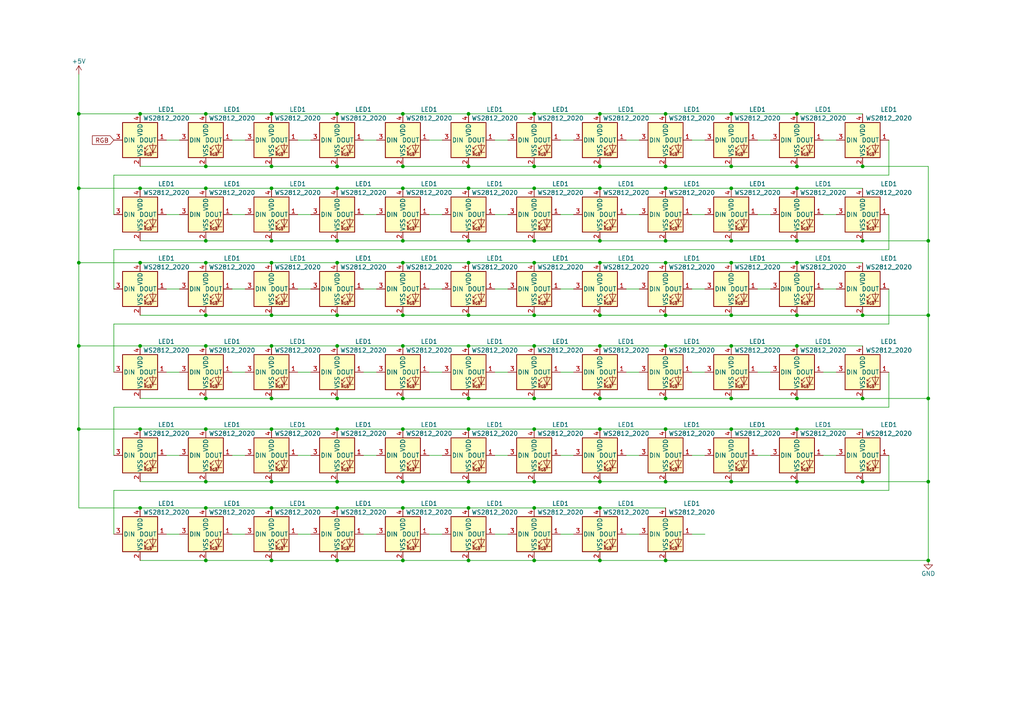
<source format=kicad_sch>
(kicad_sch (version 20230121) (generator eeschema)
  (paper "A4")
  (lib_symbols
    (symbol "PCM_marbastlib-various:WS2812_2020" (pin_names (offset 0.254))
      (property "Reference" "LED" (at 5.08 5.715 0))
      (property "Value" "WS2812_2020" (at 1.27 -5.715 0))
      (symbol "WS2812_2020_0_0"
        (text "RGB" (at 2.286 -4.191 0) (effects (font (size 0.762 0.762))))
      )
      (symbol "WS2812_2020_0_1"
        (polyline (pts (xy 1.27 -3.556) (xy 1.778 -3.556)))
        (polyline (pts (xy 1.27 -2.54) (xy 1.778 -2.54)))
        (polyline (pts (xy 4.699 -3.556) (xy 2.667 -3.556)))
        (polyline (pts (xy 2.286 -2.54) (xy 1.27 -3.556) (xy 1.27 -3.048)))
        (polyline (pts (xy 2.286 -1.524) (xy 1.27 -2.54) (xy 1.27 -2.032)))
        (polyline (pts (xy 3.683 -1.016) (xy 3.683 -3.556) (xy 3.683 -4.064)))
        (polyline (pts (xy 4.699 -1.524) (xy 2.667 -1.524) (xy 3.683 -3.556) (xy 4.699 -1.524)))
        (rectangle (start 5.08 5.08) (end -5.08 -5.08) (stroke (width 0.254)) (fill (type background)))
      )
      (symbol "WS2812_2020_1_1"
        (pin output line (at 7.62 0 180) (length 2.54) (name "DOUT") (number "1"))
        (pin power_in line (at 0 -7.62 90) (length 2.54) (name "VSS") (number "2"))
        (pin input line (at -7.62 0 0) (length 2.54) (name "DIN") (number "3"))
        (pin power_in line (at 0 7.62 270) (length 2.54) (name "VDD") (number "4"))
      )
    )
    (symbol "power:+5V" (power) (pin_names (offset 0))
      (property "Value" "+5V" (at 0 3.556 0))
      (symbol "+5V_0_1"
        (polyline (pts (xy -0.762 1.27) (xy 0 2.54)))
        (polyline (pts (xy 0 0) (xy 0 2.54)))
        (polyline (pts (xy 0 2.54) (xy 0.762 1.27)))
      )
      (symbol "+5V_1_1"
        (pin power_in line (at 0 0 90) (length 0) hide (name "+5V") (number "1"))
      )
    )
    (symbol "power:GND" (power) (pin_names (offset 0))
      (property "Value" "GND" (at 0 -3.81 0))
      (symbol "GND_0_1"
        (polyline (pts (xy 0 0) (xy 0 -1.27) (xy 1.27 -1.27) (xy 0 -2.54) (xy -1.27 -1.27) (xy 0 -1.27)))
      )
      (symbol "GND_1_1"
        (pin power_in line (at 0 0 270) (length 0) hide (name "GND") (number "1"))
      )
    )
  )
  (junction (at 40.64 147.32))
  (junction (at 193.04 48.26))
  (junction (at 193.04 91.44))
  (junction (at 78.74 147.32))
  (junction (at 78.74 139.7))
  (junction (at 269.24 115.57))
  (junction (at 59.69 162.56))
  (junction (at 154.94 48.26))
  (junction (at 250.19 48.26))
  (junction (at 250.19 139.7))
  (junction (at 116.84 115.57))
  (junction (at 135.89 54.61))
  (junction (at 231.14 139.7))
  (junction (at 212.09 100.33))
  (junction (at 116.84 124.46))
  (junction (at 173.99 115.57))
  (junction (at 97.79 147.32))
  (junction (at 78.74 54.61))
  (junction (at 97.79 54.61))
  (junction (at 250.19 69.85))
  (junction (at 231.14 76.2))
  (junction (at 97.79 91.44))
  (junction (at 116.84 162.56))
  (junction (at 193.04 76.2))
  (junction (at 116.84 76.2))
  (junction (at 154.94 139.7))
  (junction (at 116.84 33.02))
  (junction (at 59.69 91.44))
  (junction (at 173.99 69.85))
  (junction (at 269.24 139.7))
  (junction (at 59.69 33.02))
  (junction (at 78.74 91.44))
  (junction (at 78.74 162.56))
  (junction (at 231.14 100.33))
  (junction (at 173.99 48.26))
  (junction (at 154.94 124.46))
  (junction (at 154.94 147.32))
  (junction (at 173.99 76.2))
  (junction (at 97.79 33.02))
  (junction (at 212.09 54.61))
  (junction (at 135.89 91.44))
  (junction (at 22.86 54.61))
  (junction (at 40.64 100.33))
  (junction (at 59.69 76.2))
  (junction (at 97.79 76.2))
  (junction (at 173.99 54.61))
  (junction (at 135.89 115.57))
  (junction (at 173.99 147.32))
  (junction (at 269.24 69.85))
  (junction (at 193.04 139.7))
  (junction (at 154.94 33.02))
  (junction (at 78.74 69.85))
  (junction (at 40.64 54.61))
  (junction (at 269.24 91.44))
  (junction (at 59.69 139.7))
  (junction (at 212.09 139.7))
  (junction (at 231.14 54.61))
  (junction (at 231.14 48.26))
  (junction (at 59.69 54.61))
  (junction (at 193.04 33.02))
  (junction (at 78.74 33.02))
  (junction (at 116.84 54.61))
  (junction (at 22.86 124.46))
  (junction (at 193.04 100.33))
  (junction (at 212.09 115.57))
  (junction (at 59.69 100.33))
  (junction (at 40.64 76.2))
  (junction (at 97.79 124.46))
  (junction (at 97.79 100.33))
  (junction (at 154.94 76.2))
  (junction (at 78.74 124.46))
  (junction (at 154.94 54.61))
  (junction (at 193.04 69.85))
  (junction (at 22.86 33.02))
  (junction (at 173.99 124.46))
  (junction (at 59.69 48.26))
  (junction (at 173.99 91.44))
  (junction (at 116.84 100.33))
  (junction (at 231.14 115.57))
  (junction (at 154.94 115.57))
  (junction (at 193.04 115.57))
  (junction (at 97.79 162.56))
  (junction (at 97.79 115.57))
  (junction (at 212.09 91.44))
  (junction (at 59.69 69.85))
  (junction (at 97.79 139.7))
  (junction (at 212.09 124.46))
  (junction (at 231.14 91.44))
  (junction (at 116.84 48.26))
  (junction (at 212.09 33.02))
  (junction (at 59.69 147.32))
  (junction (at 78.74 100.33))
  (junction (at 135.89 139.7))
  (junction (at 78.74 48.26))
  (junction (at 154.94 100.33))
  (junction (at 212.09 69.85))
  (junction (at 173.99 33.02))
  (junction (at 173.99 139.7))
  (junction (at 212.09 48.26))
  (junction (at 212.09 76.2))
  (junction (at 135.89 147.32))
  (junction (at 116.84 91.44))
  (junction (at 154.94 91.44))
  (junction (at 231.14 69.85))
  (junction (at 231.14 33.02))
  (junction (at 193.04 54.61))
  (junction (at 97.79 69.85))
  (junction (at 135.89 124.46))
  (junction (at 59.69 124.46))
  (junction (at 173.99 162.56))
  (junction (at 116.84 69.85))
  (junction (at 231.14 124.46))
  (junction (at 135.89 33.02))
  (junction (at 116.84 147.32))
  (junction (at 135.89 48.26))
  (junction (at 173.99 100.33))
  (junction (at 269.24 162.56))
  (junction (at 40.64 33.02))
  (junction (at 97.79 48.26))
  (junction (at 250.19 115.57))
  (junction (at 154.94 162.56))
  (junction (at 116.84 139.7))
  (junction (at 193.04 124.46))
  (junction (at 22.86 100.33))
  (junction (at 135.89 162.56))
  (junction (at 22.86 76.2))
  (junction (at 250.19 91.44))
  (junction (at 78.74 76.2))
  (junction (at 154.94 69.85))
  (junction (at 135.89 100.33))
  (junction (at 193.04 162.56))
  (junction (at 40.64 124.46))
  (junction (at 59.69 115.57))
  (junction (at 135.89 76.2))
  (junction (at 135.89 69.85))
  (junction (at 78.74 115.57))
  (wire (pts (xy 97.79 124.46) (xy 116.84 124.46)))
  (wire (pts (xy 200.66 40.64) (xy 204.47 40.64)))
  (wire (pts (xy 135.89 76.2) (xy 154.94 76.2)))
  (wire (pts (xy 135.89 147.32) (xy 154.94 147.32)))
  (wire (pts (xy 154.94 48.26) (xy 173.99 48.26)))
  (wire (pts (xy 116.84 48.26) (xy 135.89 48.26)))
  (wire (pts (xy 59.69 124.46) (xy 78.74 124.46)))
  (wire (pts (xy 173.99 69.85) (xy 193.04 69.85)))
  (wire (pts (xy 193.04 33.02) (xy 212.09 33.02)))
  (wire (pts (xy 181.61 132.08) (xy 185.42 132.08)))
  (wire (pts (xy 173.99 100.33) (xy 193.04 100.33)))
  (wire (pts (xy 173.99 33.02) (xy 193.04 33.02)))
  (wire (pts (xy 200.66 154.94) (xy 204.47 154.94)))
  (wire (pts (xy 181.61 107.95) (xy 185.42 107.95)))
  (wire (pts (xy 86.36 62.23) (xy 90.17 62.23)))
  (wire (pts (xy 78.74 100.33) (xy 97.79 100.33)))
  (wire (pts (xy 154.94 91.44) (xy 173.99 91.44)))
  (wire (pts (xy 257.81 132.08) (xy 257.81 142.24)))
  (wire (pts (xy 193.04 162.56) (xy 269.24 162.56)))
  (wire (pts (xy 59.69 76.2) (xy 78.74 76.2)))
  (wire (pts (xy 105.41 107.95) (xy 109.22 107.95)))
  (wire (pts (xy 212.09 76.2) (xy 231.14 76.2)))
  (wire (pts (xy 97.79 48.26) (xy 116.84 48.26)))
  (wire (pts (xy 135.89 33.02) (xy 154.94 33.02)))
  (wire (pts (xy 22.86 147.32) (xy 40.64 147.32)))
  (wire (pts (xy 250.19 69.85) (xy 269.24 69.85)))
  (wire (pts (xy 40.64 124.46) (xy 22.86 124.46)))
  (wire (pts (xy 86.36 107.95) (xy 90.17 107.95)))
  (wire (pts (xy 193.04 69.85) (xy 212.09 69.85)))
  (wire (pts (xy 250.19 91.44) (xy 269.24 91.44)))
  (wire (pts (xy 162.56 107.95) (xy 166.37 107.95)))
  (wire (pts (xy 257.81 118.11) (xy 33.02 118.11)))
  (wire (pts (xy 97.79 76.2) (xy 116.84 76.2)))
  (wire (pts (xy 173.99 76.2) (xy 193.04 76.2)))
  (wire (pts (xy 250.19 115.57) (xy 269.24 115.57)))
  (wire (pts (xy 193.04 100.33) (xy 212.09 100.33)))
  (wire (pts (xy 116.84 162.56) (xy 135.89 162.56)))
  (wire (pts (xy 33.02 50.8) (xy 33.02 62.23)))
  (wire (pts (xy 135.89 91.44) (xy 154.94 91.44)))
  (wire (pts (xy 231.14 124.46) (xy 250.19 124.46)))
  (wire (pts (xy 116.84 100.33) (xy 135.89 100.33)))
  (wire (pts (xy 238.76 62.23) (xy 242.57 62.23)))
  (wire (pts (xy 269.24 139.7) (xy 269.24 162.56)))
  (wire (pts (xy 78.74 139.7) (xy 97.79 139.7)))
  (wire (pts (xy 212.09 54.61) (xy 231.14 54.61)))
  (wire (pts (xy 67.31 107.95) (xy 71.12 107.95)))
  (wire (pts (xy 173.99 54.61) (xy 193.04 54.61)))
  (wire (pts (xy 154.94 124.46) (xy 173.99 124.46)))
  (wire (pts (xy 105.41 132.08) (xy 109.22 132.08)))
  (wire (pts (xy 40.64 33.02) (xy 59.69 33.02)))
  (wire (pts (xy 143.51 40.64) (xy 147.32 40.64)))
  (wire (pts (xy 78.74 69.85) (xy 97.79 69.85)))
  (wire (pts (xy 78.74 124.46) (xy 97.79 124.46)))
  (wire (pts (xy 173.99 162.56) (xy 193.04 162.56)))
  (wire (pts (xy 97.79 54.61) (xy 116.84 54.61)))
  (wire (pts (xy 257.81 62.23) (xy 257.81 72.39)))
  (wire (pts (xy 22.86 54.61) (xy 22.86 76.2)))
  (wire (pts (xy 212.09 139.7) (xy 231.14 139.7)))
  (wire (pts (xy 116.84 91.44) (xy 135.89 91.44)))
  (wire (pts (xy 181.61 83.82) (xy 185.42 83.82)))
  (wire (pts (xy 173.99 124.46) (xy 193.04 124.46)))
  (wire (pts (xy 86.36 40.64) (xy 90.17 40.64)))
  (wire (pts (xy 162.56 83.82) (xy 166.37 83.82)))
  (wire (pts (xy 67.31 40.64) (xy 71.12 40.64)))
  (wire (pts (xy 143.51 132.08) (xy 147.32 132.08)))
  (wire (pts (xy 173.99 91.44) (xy 193.04 91.44)))
  (wire (pts (xy 257.81 40.64) (xy 257.81 50.8)))
  (wire (pts (xy 40.64 100.33) (xy 59.69 100.33)))
  (wire (pts (xy 67.31 62.23) (xy 71.12 62.23)))
  (wire (pts (xy 78.74 162.56) (xy 97.79 162.56)))
  (wire (pts (xy 154.94 147.32) (xy 173.99 147.32)))
  (wire (pts (xy 269.24 69.85) (xy 269.24 91.44)))
  (wire (pts (xy 40.64 124.46) (xy 59.69 124.46)))
  (wire (pts (xy 59.69 162.56) (xy 78.74 162.56)))
  (wire (pts (xy 257.81 93.98) (xy 33.02 93.98)))
  (wire (pts (xy 40.64 69.85) (xy 59.69 69.85)))
  (wire (pts (xy 22.86 33.02) (xy 22.86 54.61)))
  (wire (pts (xy 231.14 69.85) (xy 250.19 69.85)))
  (wire (pts (xy 231.14 91.44) (xy 250.19 91.44)))
  (wire (pts (xy 135.89 100.33) (xy 154.94 100.33)))
  (wire (pts (xy 143.51 154.94) (xy 147.32 154.94)))
  (wire (pts (xy 59.69 115.57) (xy 78.74 115.57)))
  (wire (pts (xy 48.26 40.64) (xy 52.07 40.64)))
  (wire (pts (xy 124.46 154.94) (xy 128.27 154.94)))
  (wire (pts (xy 162.56 154.94) (xy 166.37 154.94)))
  (wire (pts (xy 219.71 62.23) (xy 223.52 62.23)))
  (wire (pts (xy 40.64 76.2) (xy 59.69 76.2)))
  (wire (pts (xy 116.84 54.61) (xy 135.89 54.61)))
  (wire (pts (xy 173.99 139.7) (xy 193.04 139.7)))
  (wire (pts (xy 231.14 115.57) (xy 250.19 115.57)))
  (wire (pts (xy 40.64 115.57) (xy 59.69 115.57)))
  (wire (pts (xy 40.64 54.61) (xy 22.86 54.61)))
  (wire (pts (xy 116.84 147.32) (xy 135.89 147.32)))
  (wire (pts (xy 250.19 139.7) (xy 269.24 139.7)))
  (wire (pts (xy 124.46 132.08) (xy 128.27 132.08)))
  (wire (pts (xy 40.64 91.44) (xy 59.69 91.44)))
  (wire (pts (xy 40.64 162.56) (xy 59.69 162.56)))
  (wire (pts (xy 116.84 115.57) (xy 135.89 115.57)))
  (wire (pts (xy 105.41 40.64) (xy 109.22 40.64)))
  (wire (pts (xy 231.14 76.2) (xy 250.19 76.2)))
  (wire (pts (xy 48.26 132.08) (xy 52.07 132.08)))
  (wire (pts (xy 22.86 33.02) (xy 40.64 33.02)))
  (wire (pts (xy 219.71 83.82) (xy 223.52 83.82)))
  (wire (pts (xy 67.31 83.82) (xy 71.12 83.82)))
  (wire (pts (xy 97.79 91.44) (xy 116.84 91.44)))
  (wire (pts (xy 238.76 83.82) (xy 242.57 83.82)))
  (wire (pts (xy 231.14 100.33) (xy 250.19 100.33)))
  (wire (pts (xy 154.94 115.57) (xy 173.99 115.57)))
  (wire (pts (xy 135.89 54.61) (xy 154.94 54.61)))
  (wire (pts (xy 154.94 33.02) (xy 173.99 33.02)))
  (wire (pts (xy 40.64 139.7) (xy 59.69 139.7)))
  (wire (pts (xy 105.41 154.94) (xy 109.22 154.94)))
  (wire (pts (xy 238.76 40.64) (xy 242.57 40.64)))
  (wire (pts (xy 257.81 107.95) (xy 257.81 118.11)))
  (wire (pts (xy 257.81 50.8) (xy 33.02 50.8)))
  (wire (pts (xy 78.74 33.02) (xy 97.79 33.02)))
  (wire (pts (xy 22.86 100.33) (xy 40.64 100.33)))
  (wire (pts (xy 212.09 100.33) (xy 231.14 100.33)))
  (wire (pts (xy 231.14 139.7) (xy 250.19 139.7)))
  (wire (pts (xy 97.79 100.33) (xy 116.84 100.33)))
  (wire (pts (xy 193.04 124.46) (xy 212.09 124.46)))
  (wire (pts (xy 124.46 62.23) (xy 128.27 62.23)))
  (wire (pts (xy 212.09 69.85) (xy 231.14 69.85)))
  (wire (pts (xy 193.04 115.57) (xy 212.09 115.57)))
  (wire (pts (xy 238.76 107.95) (xy 242.57 107.95)))
  (wire (pts (xy 135.89 115.57) (xy 154.94 115.57)))
  (wire (pts (xy 212.09 48.26) (xy 231.14 48.26)))
  (wire (pts (xy 33.02 118.11) (xy 33.02 132.08)))
  (wire (pts (xy 97.79 33.02) (xy 116.84 33.02)))
  (wire (pts (xy 59.69 139.7) (xy 78.74 139.7)))
  (wire (pts (xy 212.09 33.02) (xy 231.14 33.02)))
  (wire (pts (xy 257.81 142.24) (xy 33.02 142.24)))
  (wire (pts (xy 22.86 76.2) (xy 40.64 76.2)))
  (wire (pts (xy 59.69 69.85) (xy 78.74 69.85)))
  (wire (pts (xy 59.69 48.26) (xy 78.74 48.26)))
  (wire (pts (xy 154.94 162.56) (xy 173.99 162.56)))
  (wire (pts (xy 105.41 62.23) (xy 109.22 62.23)))
  (wire (pts (xy 78.74 91.44) (xy 97.79 91.44)))
  (wire (pts (xy 124.46 40.64) (xy 128.27 40.64)))
  (wire (pts (xy 86.36 83.82) (xy 90.17 83.82)))
  (wire (pts (xy 40.64 147.32) (xy 59.69 147.32)))
  (wire (pts (xy 48.26 83.82) (xy 52.07 83.82)))
  (wire (pts (xy 48.26 107.95) (xy 52.07 107.95)))
  (wire (pts (xy 135.89 162.56) (xy 154.94 162.56)))
  (wire (pts (xy 257.81 83.82) (xy 257.81 93.98)))
  (wire (pts (xy 154.94 100.33) (xy 173.99 100.33)))
  (wire (pts (xy 86.36 132.08) (xy 90.17 132.08)))
  (wire (pts (xy 97.79 147.32) (xy 116.84 147.32)))
  (wire (pts (xy 143.51 83.82) (xy 147.32 83.82)))
  (wire (pts (xy 116.84 33.02) (xy 135.89 33.02)))
  (wire (pts (xy 162.56 132.08) (xy 166.37 132.08)))
  (wire (pts (xy 78.74 147.32) (xy 97.79 147.32)))
  (wire (pts (xy 212.09 115.57) (xy 231.14 115.57)))
  (wire (pts (xy 33.02 72.39) (xy 33.02 83.82)))
  (wire (pts (xy 257.81 72.39) (xy 33.02 72.39)))
  (wire (pts (xy 193.04 54.61) (xy 212.09 54.61)))
  (wire (pts (xy 212.09 91.44) (xy 231.14 91.44)))
  (wire (pts (xy 200.66 83.82) (xy 204.47 83.82)))
  (wire (pts (xy 231.14 54.61) (xy 250.19 54.61)))
  (wire (pts (xy 22.86 100.33) (xy 22.86 124.46)))
  (wire (pts (xy 48.26 154.94) (xy 52.07 154.94)))
  (wire (pts (xy 154.94 54.61) (xy 173.99 54.61)))
  (wire (pts (xy 212.09 124.46) (xy 231.14 124.46)))
  (wire (pts (xy 269.24 48.26) (xy 269.24 69.85)))
  (wire (pts (xy 173.99 115.57) (xy 193.04 115.57)))
  (wire (pts (xy 22.86 21.59) (xy 22.86 33.02)))
  (wire (pts (xy 162.56 62.23) (xy 166.37 62.23)))
  (wire (pts (xy 181.61 154.94) (xy 185.42 154.94)))
  (wire (pts (xy 238.76 132.08) (xy 242.57 132.08)))
  (wire (pts (xy 200.66 132.08) (xy 204.47 132.08)))
  (wire (pts (xy 59.69 33.02) (xy 78.74 33.02)))
  (wire (pts (xy 97.79 69.85) (xy 116.84 69.85)))
  (wire (pts (xy 78.74 54.61) (xy 97.79 54.61)))
  (wire (pts (xy 78.74 115.57) (xy 97.79 115.57)))
  (wire (pts (xy 48.26 62.23) (xy 52.07 62.23)))
  (wire (pts (xy 97.79 162.56) (xy 116.84 162.56)))
  (wire (pts (xy 22.86 124.46) (xy 22.86 147.32)))
  (wire (pts (xy 181.61 40.64) (xy 185.42 40.64)))
  (wire (pts (xy 67.31 154.94) (xy 71.12 154.94)))
  (wire (pts (xy 143.51 62.23) (xy 147.32 62.23)))
  (wire (pts (xy 105.41 83.82) (xy 109.22 83.82)))
  (wire (pts (xy 97.79 115.57) (xy 116.84 115.57)))
  (wire (pts (xy 135.89 124.46) (xy 154.94 124.46)))
  (wire (pts (xy 67.31 132.08) (xy 71.12 132.08)))
  (wire (pts (xy 116.84 124.46) (xy 135.89 124.46)))
  (wire (pts (xy 40.64 54.61) (xy 59.69 54.61)))
  (wire (pts (xy 219.71 107.95) (xy 223.52 107.95)))
  (wire (pts (xy 219.71 132.08) (xy 223.52 132.08)))
  (wire (pts (xy 78.74 48.26) (xy 97.79 48.26)))
  (wire (pts (xy 135.89 69.85) (xy 154.94 69.85)))
  (wire (pts (xy 269.24 91.44) (xy 269.24 115.57)))
  (wire (pts (xy 135.89 48.26) (xy 154.94 48.26)))
  (wire (pts (xy 78.74 76.2) (xy 97.79 76.2)))
  (wire (pts (xy 250.19 48.26) (xy 269.24 48.26)))
  (wire (pts (xy 231.14 33.02) (xy 250.19 33.02)))
  (wire (pts (xy 124.46 107.95) (xy 128.27 107.95)))
  (wire (pts (xy 116.84 69.85) (xy 135.89 69.85)))
  (wire (pts (xy 135.89 139.7) (xy 154.94 139.7)))
  (wire (pts (xy 59.69 100.33) (xy 78.74 100.33)))
  (wire (pts (xy 193.04 48.26) (xy 212.09 48.26)))
  (wire (pts (xy 269.24 115.57) (xy 269.24 139.7)))
  (wire (pts (xy 59.69 54.61) (xy 78.74 54.61)))
  (wire (pts (xy 219.71 40.64) (xy 223.52 40.64)))
  (wire (pts (xy 59.69 147.32) (xy 78.74 147.32)))
  (wire (pts (xy 124.46 83.82) (xy 128.27 83.82)))
  (wire (pts (xy 193.04 91.44) (xy 212.09 91.44)))
  (wire (pts (xy 116.84 76.2) (xy 135.89 76.2)))
  (wire (pts (xy 173.99 48.26) (xy 193.04 48.26)))
  (wire (pts (xy 173.99 147.32) (xy 193.04 147.32)))
  (wire (pts (xy 154.94 69.85) (xy 173.99 69.85)))
  (wire (pts (xy 231.14 48.26) (xy 250.19 48.26)))
  (wire (pts (xy 86.36 154.94) (xy 90.17 154.94)))
  (wire (pts (xy 193.04 139.7) (xy 212.09 139.7)))
  (wire (pts (xy 143.51 107.95) (xy 147.32 107.95)))
  (wire (pts (xy 97.79 139.7) (xy 116.84 139.7)))
  (wire (pts (xy 59.69 91.44) (xy 78.74 91.44)))
  (wire (pts (xy 181.61 62.23) (xy 185.42 62.23)))
  (wire (pts (xy 200.66 62.23) (xy 204.47 62.23)))
  (wire (pts (xy 22.86 76.2) (xy 22.86 100.33)))
  (wire (pts (xy 154.94 139.7) (xy 173.99 139.7)))
  (wire (pts (xy 200.66 107.95) (xy 204.47 107.95)))
  (wire (pts (xy 154.94 76.2) (xy 173.99 76.2)))
  (wire (pts (xy 193.04 76.2) (xy 212.09 76.2)))
  (wire (pts (xy 162.56 40.64) (xy 166.37 40.64)))
  (wire (pts (xy 33.02 93.98) (xy 33.02 107.95)))
  (wire (pts (xy 116.84 139.7) (xy 135.89 139.7)))
  (wire (pts (xy 40.64 48.26) (xy 59.69 48.26)))
  (wire (pts (xy 33.02 142.24) (xy 33.02 154.94)))
  (global_label "RGB" (shape input) (at 33.02 40.64 180) (property "Intersheetrefs" "${INTERSHEET_REFS}" (effects hide)))
  (symbol (lib_id "PCM_marbastlib-various:WS2812_2020") (at 116.84 107.95 0) (unit 1)
    (property "Reference" "LED1" (at 124.46 99.06 0))
    (property "Value" "WS2812_2020" (at 124.46 101.6 0))
    (property "Footprint" "PCM_marbastlib-various:LED_WS2812_2020" (effects hide))
    (property "Datasheet" "https://www.world-semi.com/DownLoadFile/139" (effects hide))
    (instances (project "vault35-katana" (path "" (reference "LED1") (unit 1)) (path "" (reference "LED41") (unit 1))))
  )
  (symbol (lib_id "PCM_marbastlib-various:WS2812_2020") (at 154.94 40.64 0) (unit 1)
    (property "Reference" "LED1" (at 162.56 31.75 0))
    (property "Value" "WS2812_2020" (at 162.56 34.29 0))
    (property "Footprint" "PCM_marbastlib-various:LED_WS2812_2020" (effects hide))
    (property "Datasheet" "https://www.world-semi.com/DownLoadFile/139" (effects hide))
    (instances (project "vault35-katana" (path "" (reference "LED1") (unit 1)) (path "" (reference "LED7") (unit 1))))
  )
  (symbol (lib_id "PCM_marbastlib-various:WS2812_2020") (at 97.79 107.95 0) (unit 1)
    (property "Reference" "LED1" (at 105.41 99.06 0))
    (property "Value" "WS2812_2020" (at 105.41 101.6 0))
    (property "Footprint" "PCM_marbastlib-various:LED_WS2812_2020" (effects hide))
    (property "Datasheet" "https://www.world-semi.com/DownLoadFile/139" (effects hide))
    (instances (project "vault35-katana" (path "" (reference "LED1") (unit 1)) (path "" (reference "LED40") (unit 1))))
  )
  (symbol (lib_id "PCM_marbastlib-various:WS2812_2020") (at 97.79 40.64 0) (unit 1)
    (property "Reference" "LED1" (at 105.41 31.75 0))
    (property "Value" "WS2812_2020" (at 105.41 34.29 0))
    (property "Footprint" "PCM_marbastlib-various:LED_WS2812_2020" (effects hide))
    (property "Datasheet" "https://www.world-semi.com/DownLoadFile/139" (effects hide))
    (instances (project "vault35-katana" (path "" (reference "LED1") (unit 1)) (path "" (reference "LED4") (unit 1))))
  )
  (symbol (lib_id "PCM_marbastlib-various:WS2812_2020") (at 116.84 154.94 0) (unit 1)
    (property "Reference" "LED1" (at 124.46 146.05 0))
    (property "Value" "WS2812_2020" (at 124.46 148.59 0))
    (property "Footprint" "PCM_marbastlib-various:LED_WS2812_2020" (effects hide))
    (property "Datasheet" "https://www.world-semi.com/DownLoadFile/139" (effects hide))
    (instances (project "vault35-katana" (path "" (reference "LED1") (unit 1)) (path "" (reference "LED65") (unit 1))))
  )
  (symbol (lib_id "PCM_marbastlib-various:WS2812_2020") (at 59.69 83.82 0) (unit 1)
    (property "Reference" "LED1" (at 67.31 74.93 0))
    (property "Value" "WS2812_2020" (at 67.31 77.47 0))
    (property "Footprint" "PCM_marbastlib-various:LED_WS2812_2020" (effects hide))
    (property "Datasheet" "https://www.world-semi.com/DownLoadFile/139" (effects hide))
    (instances (project "vault35-katana" (path "" (reference "LED1") (unit 1)) (path "" (reference "LED26") (unit 1))))
  )
  (symbol (lib_id "PCM_marbastlib-various:WS2812_2020") (at 78.74 62.23 0) (unit 1)
    (property "Reference" "LED1" (at 86.36 53.34 0))
    (property "Value" "WS2812_2020" (at 86.36 55.88 0))
    (property "Footprint" "PCM_marbastlib-various:LED_WS2812_2020" (effects hide))
    (property "Datasheet" "https://www.world-semi.com/DownLoadFile/139" (effects hide))
    (instances (project "vault35-katana" (path "" (reference "LED1") (unit 1)) (path "" (reference "LED15") (unit 1))))
  )
  (symbol (lib_id "PCM_marbastlib-various:WS2812_2020") (at 212.09 83.82 0) (unit 1)
    (property "Reference" "LED1" (at 219.71 74.93 0))
    (property "Value" "WS2812_2020" (at 219.71 77.47 0))
    (property "Footprint" "PCM_marbastlib-various:LED_WS2812_2020" (effects hide))
    (property "Datasheet" "https://www.world-semi.com/DownLoadFile/139" (effects hide))
    (instances (project "vault35-katana" (path "" (reference "LED1") (unit 1)) (path "" (reference "LED34") (unit 1))))
  )
  (symbol (lib_id "PCM_marbastlib-various:WS2812_2020") (at 59.69 154.94 0) (unit 1)
    (property "Reference" "LED1" (at 67.31 146.05 0))
    (property "Value" "WS2812_2020" (at 67.31 148.59 0))
    (property "Footprint" "PCM_marbastlib-various:LED_WS2812_2020" (effects hide))
    (property "Datasheet" "https://www.world-semi.com/DownLoadFile/139" (effects hide))
    (instances (project "vault35-katana" (path "" (reference "LED1") (unit 1)) (path "" (reference "LED62") (unit 1))))
  )
  (symbol (lib_id "PCM_marbastlib-various:WS2812_2020") (at 250.19 83.82 0) (unit 1)
    (property "Reference" "LED1" (at 257.81 74.93 0))
    (property "Value" "WS2812_2020" (at 257.81 77.47 0))
    (property "Footprint" "PCM_marbastlib-various:LED_WS2812_2020" (effects hide))
    (property "Datasheet" "https://www.world-semi.com/DownLoadFile/139" (effects hide))
    (instances (project "vault35-katana" (path "" (reference "LED1") (unit 1)) (path "" (reference "LED36") (unit 1))))
  )
  (symbol (lib_id "PCM_marbastlib-various:WS2812_2020") (at 116.84 40.64 0) (unit 1)
    (property "Reference" "LED1" (at 124.46 31.75 0))
    (property "Value" "WS2812_2020" (at 124.46 34.29 0))
    (property "Footprint" "PCM_marbastlib-various:LED_WS2812_2020" (effects hide))
    (property "Datasheet" "https://www.world-semi.com/DownLoadFile/139" (effects hide))
    (instances (project "vault35-katana" (path "" (reference "LED1") (unit 1)) (path "" (reference "LED5") (unit 1))))
  )
  (symbol (lib_id "PCM_marbastlib-various:WS2812_2020") (at 173.99 83.82 0) (unit 1)
    (property "Reference" "LED1" (at 181.61 74.93 0))
    (property "Value" "WS2812_2020" (at 181.61 77.47 0))
    (property "Footprint" "PCM_marbastlib-various:LED_WS2812_2020" (effects hide))
    (property "Datasheet" "https://www.world-semi.com/DownLoadFile/139" (effects hide))
    (instances (project "vault35-katana" (path "" (reference "LED1") (unit 1)) (path "" (reference "LED32") (unit 1))))
  )
  (symbol (lib_id "PCM_marbastlib-various:WS2812_2020") (at 173.99 132.08 0) (unit 1)
    (property "Reference" "LED1" (at 181.61 123.19 0))
    (property "Value" "WS2812_2020" (at 181.61 125.73 0))
    (property "Footprint" "PCM_marbastlib-various:LED_WS2812_2020" (effects hide))
    (property "Datasheet" "https://www.world-semi.com/DownLoadFile/139" (effects hide))
    (instances (project "vault35-katana" (path "" (reference "LED1") (unit 1)) (path "" (reference "LED56") (unit 1))))
  )
  (symbol (lib_id "PCM_marbastlib-various:WS2812_2020") (at 154.94 132.08 0) (unit 1)
    (property "Reference" "LED1" (at 162.56 123.19 0))
    (property "Value" "WS2812_2020" (at 162.56 125.73 0))
    (property "Footprint" "PCM_marbastlib-various:LED_WS2812_2020" (effects hide))
    (property "Datasheet" "https://www.world-semi.com/DownLoadFile/139" (effects hide))
    (instances (project "vault35-katana" (path "" (reference "LED1") (unit 1)) (path "" (reference "LED55") (unit 1))))
  )
  (symbol (lib_id "PCM_marbastlib-various:WS2812_2020") (at 40.64 40.64 0) (unit 1)
    (property "Reference" "LED1" (at 48.26 31.75 0))
    (property "Value" "WS2812_2020" (at 48.26 34.29 0))
    (property "Footprint" "PCM_marbastlib-various:LED_WS2812_2020" (effects hide))
    (property "Datasheet" "https://www.world-semi.com/DownLoadFile/139" (effects hide))
  )
  (symbol (lib_id "PCM_marbastlib-various:WS2812_2020") (at 250.19 40.64 0) (unit 1)
    (property "Reference" "LED1" (at 257.81 31.75 0))
    (property "Value" "WS2812_2020" (at 257.81 34.29 0))
    (property "Footprint" "PCM_marbastlib-various:LED_WS2812_2020" (effects hide))
    (property "Datasheet" "https://www.world-semi.com/DownLoadFile/139" (effects hide))
    (instances (project "vault35-katana" (path "" (reference "LED1") (unit 1)) (path "" (reference "LED12") (unit 1))))
  )
  (symbol (lib_id "PCM_marbastlib-various:WS2812_2020") (at 78.74 40.64 0) (unit 1)
    (property "Reference" "LED1" (at 86.36 31.75 0))
    (property "Value" "WS2812_2020" (at 86.36 34.29 0))
    (property "Footprint" "PCM_marbastlib-various:LED_WS2812_2020" (effects hide))
    (property "Datasheet" "https://www.world-semi.com/DownLoadFile/139" (effects hide))
    (instances (project "vault35-katana" (path "" (reference "LED1") (unit 1)) (path "" (reference "LED3") (unit 1))))
  )
  (symbol (lib_id "PCM_marbastlib-various:WS2812_2020") (at 97.79 62.23 0) (unit 1)
    (property "Reference" "LED1" (at 105.41 53.34 0))
    (property "Value" "WS2812_2020" (at 105.41 55.88 0))
    (property "Footprint" "PCM_marbastlib-various:LED_WS2812_2020" (effects hide))
    (property "Datasheet" "https://www.world-semi.com/DownLoadFile/139" (effects hide))
    (instances (project "vault35-katana" (path "" (reference "LED1") (unit 1)) (path "" (reference "LED16") (unit 1))))
  )
  (symbol (lib_id "PCM_marbastlib-various:WS2812_2020") (at 250.19 107.95 0) (unit 1)
    (property "Reference" "LED1" (at 257.81 99.06 0))
    (property "Value" "WS2812_2020" (at 257.81 101.6 0))
    (property "Footprint" "PCM_marbastlib-various:LED_WS2812_2020" (effects hide))
    (property "Datasheet" "https://www.world-semi.com/DownLoadFile/139" (effects hide))
    (instances (project "vault35-katana" (path "" (reference "LED1") (unit 1)) (path "" (reference "LED48") (unit 1))))
  )
  (symbol (lib_id "PCM_marbastlib-various:WS2812_2020") (at 135.89 132.08 0) (unit 1)
    (property "Reference" "LED1" (at 143.51 123.19 0))
    (property "Value" "WS2812_2020" (at 143.51 125.73 0))
    (property "Footprint" "PCM_marbastlib-various:LED_WS2812_2020" (effects hide))
    (property "Datasheet" "https://www.world-semi.com/DownLoadFile/139" (effects hide))
    (instances (project "vault35-katana" (path "" (reference "LED1") (unit 1)) (path "" (reference "LED54") (unit 1))))
  )
  (symbol (lib_id "PCM_marbastlib-various:WS2812_2020") (at 231.14 62.23 0) (unit 1)
    (property "Reference" "LED1" (at 238.76 53.34 0))
    (property "Value" "WS2812_2020" (at 238.76 55.88 0))
    (property "Footprint" "PCM_marbastlib-various:LED_WS2812_2020" (effects hide))
    (property "Datasheet" "https://www.world-semi.com/DownLoadFile/139" (effects hide))
    (instances (project "vault35-katana" (path "" (reference "LED1") (unit 1)) (path "" (reference "LED23") (unit 1))))
  )
  (symbol (lib_id "PCM_marbastlib-various:WS2812_2020") (at 78.74 154.94 0) (unit 1)
    (property "Reference" "LED1" (at 86.36 146.05 0))
    (property "Value" "WS2812_2020" (at 86.36 148.59 0))
    (property "Footprint" "PCM_marbastlib-various:LED_WS2812_2020" (effects hide))
    (property "Datasheet" "https://www.world-semi.com/DownLoadFile/139" (effects hide))
    (instances (project "vault35-katana" (path "" (reference "LED1") (unit 1)) (path "" (reference "LED63") (unit 1))))
  )
  (symbol (lib_id "PCM_marbastlib-various:WS2812_2020") (at 154.94 107.95 0) (unit 1)
    (property "Reference" "LED1" (at 162.56 99.06 0))
    (property "Value" "WS2812_2020" (at 162.56 101.6 0))
    (property "Footprint" "PCM_marbastlib-various:LED_WS2812_2020" (effects hide))
    (property "Datasheet" "https://www.world-semi.com/DownLoadFile/139" (effects hide))
    (instances (project "vault35-katana" (path "" (reference "LED1") (unit 1)) (path "" (reference "LED43") (unit 1))))
  )
  (symbol (lib_id "PCM_marbastlib-various:WS2812_2020") (at 59.69 62.23 0) (unit 1)
    (property "Reference" "LED1" (at 67.31 53.34 0))
    (property "Value" "WS2812_2020" (at 67.31 55.88 0))
    (property "Footprint" "PCM_marbastlib-various:LED_WS2812_2020" (effects hide))
    (property "Datasheet" "https://www.world-semi.com/DownLoadFile/139" (effects hide))
    (instances (project "vault35-katana" (path "" (reference "LED1") (unit 1)) (path "" (reference "LED14") (unit 1))))
  )
  (symbol (lib_id "PCM_marbastlib-various:WS2812_2020") (at 193.04 154.94 0) (unit 1)
    (property "Reference" "LED1" (at 200.66 146.05 0))
    (property "Value" "WS2812_2020" (at 200.66 148.59 0))
    (property "Footprint" "PCM_marbastlib-various:LED_WS2812_2020" (effects hide))
    (property "Datasheet" "https://www.world-semi.com/DownLoadFile/139" (effects hide))
    (instances (project "vault35-katana" (path "" (reference "LED1") (unit 1)) (path "" (reference "LED69") (unit 1))))
  )
  (symbol (lib_id "PCM_marbastlib-various:WS2812_2020") (at 135.89 154.94 0) (unit 1)
    (property "Reference" "LED1" (at 143.51 146.05 0))
    (property "Value" "WS2812_2020" (at 143.51 148.59 0))
    (property "Footprint" "PCM_marbastlib-various:LED_WS2812_2020" (effects hide))
    (property "Datasheet" "https://www.world-semi.com/DownLoadFile/139" (effects hide))
    (instances (project "vault35-katana" (path "" (reference "LED1") (unit 1)) (path "" (reference "LED66") (unit 1))))
  )
  (symbol (lib_id "PCM_marbastlib-various:WS2812_2020") (at 250.19 62.23 0) (unit 1)
    (property "Reference" "LED1" (at 257.81 53.34 0))
    (property "Value" "WS2812_2020" (at 257.81 55.88 0))
    (property "Footprint" "PCM_marbastlib-various:LED_WS2812_2020" (effects hide))
    (property "Datasheet" "https://www.world-semi.com/DownLoadFile/139" (effects hide))
    (instances (project "vault35-katana" (path "" (reference "LED1") (unit 1)) (path "" (reference "LED24") (unit 1))))
  )
  (symbol (lib_id "PCM_marbastlib-various:WS2812_2020") (at 59.69 107.95 0) (unit 1)
    (property "Reference" "LED1" (at 67.31 99.06 0))
    (property "Value" "WS2812_2020" (at 67.31 101.6 0))
    (property "Footprint" "PCM_marbastlib-various:LED_WS2812_2020" (effects hide))
    (property "Datasheet" "https://www.world-semi.com/DownLoadFile/139" (effects hide))
    (instances (project "vault35-katana" (path "" (reference "LED1") (unit 1)) (path "" (reference "LED38") (unit 1))))
  )
  (symbol (lib_id "PCM_marbastlib-various:WS2812_2020") (at 193.04 132.08 0) (unit 1)
    (property "Reference" "LED1" (at 200.66 123.19 0))
    (property "Value" "WS2812_2020" (at 200.66 125.73 0))
    (property "Footprint" "PCM_marbastlib-various:LED_WS2812_2020" (effects hide))
    (property "Datasheet" "https://www.world-semi.com/DownLoadFile/139" (effects hide))
    (instances (project "vault35-katana" (path "" (reference "LED1") (unit 1)) (path "" (reference "LED57") (unit 1))))
  )
  (symbol (lib_id "PCM_marbastlib-various:WS2812_2020") (at 154.94 83.82 0) (unit 1)
    (property "Reference" "LED1" (at 162.56 74.93 0))
    (property "Value" "WS2812_2020" (at 162.56 77.47 0))
    (property "Footprint" "PCM_marbastlib-various:LED_WS2812_2020" (effects hide))
    (property "Datasheet" "https://www.world-semi.com/DownLoadFile/139" (effects hide))
    (instances (project "vault35-katana" (path "" (reference "LED1") (unit 1)) (path "" (reference "LED31") (unit 1))))
  )
  (symbol (lib_id "PCM_marbastlib-various:WS2812_2020") (at 116.84 83.82 0) (unit 1)
    (property "Reference" "LED1" (at 124.46 74.93 0))
    (property "Value" "WS2812_2020" (at 124.46 77.47 0))
    (property "Footprint" "PCM_marbastlib-various:LED_WS2812_2020" (effects hide))
    (property "Datasheet" "https://www.world-semi.com/DownLoadFile/139" (effects hide))
    (instances (project "vault35-katana" (path "" (reference "LED1") (unit 1)) (path "" (reference "LED29") (unit 1))))
  )
  (symbol (lib_id "PCM_marbastlib-various:WS2812_2020") (at 59.69 132.08 0) (unit 1)
    (property "Reference" "LED1" (at 67.31 123.19 0))
    (property "Value" "WS2812_2020" (at 67.31 125.73 0))
    (property "Footprint" "PCM_marbastlib-various:LED_WS2812_2020" (effects hide))
    (property "Datasheet" "https://www.world-semi.com/DownLoadFile/139" (effects hide))
    (instances (project "vault35-katana" (path "" (reference "LED1") (unit 1)) (path "" (reference "LED50") (unit 1))))
  )
  (symbol (lib_id "PCM_marbastlib-various:WS2812_2020") (at 231.14 40.64 0) (unit 1)
    (property "Reference" "LED1" (at 238.76 31.75 0))
    (property "Value" "WS2812_2020" (at 238.76 34.29 0))
    (property "Footprint" "PCM_marbastlib-various:LED_WS2812_2020" (effects hide))
    (property "Datasheet" "https://www.world-semi.com/DownLoadFile/139" (effects hide))
    (instances (project "vault35-katana" (path "" (reference "LED1") (unit 1)) (path "" (reference "LED11") (unit 1))))
  )
  (symbol (lib_id "PCM_marbastlib-various:WS2812_2020") (at 116.84 62.23 0) (unit 1)
    (property "Reference" "LED1" (at 124.46 53.34 0))
    (property "Value" "WS2812_2020" (at 124.46 55.88 0))
    (property "Footprint" "PCM_marbastlib-various:LED_WS2812_2020" (effects hide))
    (property "Datasheet" "https://www.world-semi.com/DownLoadFile/139" (effects hide))
    (instances (project "vault35-katana" (path "" (reference "LED1") (unit 1)) (path "" (reference "LED17") (unit 1))))
  )
  (symbol (lib_id "PCM_marbastlib-various:WS2812_2020") (at 231.14 83.82 0) (unit 1)
    (property "Reference" "LED1" (at 238.76 74.93 0))
    (property "Value" "WS2812_2020" (at 238.76 77.47 0))
    (property "Footprint" "PCM_marbastlib-various:LED_WS2812_2020" (effects hide))
    (property "Datasheet" "https://www.world-semi.com/DownLoadFile/139" (effects hide))
    (instances (project "vault35-katana" (path "" (reference "LED1") (unit 1)) (path "" (reference "LED35") (unit 1))))
  )
  (symbol (lib_id "PCM_marbastlib-various:WS2812_2020") (at 97.79 154.94 0) (unit 1)
    (property "Reference" "LED1" (at 105.41 146.05 0))
    (property "Value" "WS2812_2020" (at 105.41 148.59 0))
    (property "Footprint" "PCM_marbastlib-various:LED_WS2812_2020" (effects hide))
    (property "Datasheet" "https://www.world-semi.com/DownLoadFile/139" (effects hide))
    (instances (project "vault35-katana" (path "" (reference "LED1") (unit 1)) (path "" (reference "LED64") (unit 1))))
  )
  (symbol (lib_id "PCM_marbastlib-various:WS2812_2020") (at 40.64 62.23 0) (unit 1)
    (property "Reference" "LED1" (at 48.26 53.34 0))
    (property "Value" "WS2812_2020" (at 48.26 55.88 0))
    (property "Footprint" "PCM_marbastlib-various:LED_WS2812_2020" (effects hide))
    (property "Datasheet" "https://www.world-semi.com/DownLoadFile/139" (effects hide))
    (instances (project "vault35-katana" (path "" (reference "LED1") (unit 1)) (path "" (reference "LED13") (unit 1))))
  )
  (symbol (lib_id "PCM_marbastlib-various:WS2812_2020") (at 250.19 132.08 0) (unit 1)
    (property "Reference" "LED1" (at 257.81 123.19 0))
    (property "Value" "WS2812_2020" (at 257.81 125.73 0))
    (property "Footprint" "PCM_marbastlib-various:LED_WS2812_2020" (effects hide))
    (property "Datasheet" "https://www.world-semi.com/DownLoadFile/139" (effects hide))
    (instances (project "vault35-katana" (path "" (reference "LED1") (unit 1)) (path "" (reference "LED60") (unit 1))))
  )
  (symbol (lib_id "PCM_marbastlib-various:WS2812_2020") (at 193.04 40.64 0) (unit 1)
    (property "Reference" "LED1" (at 200.66 31.75 0))
    (property "Value" "WS2812_2020" (at 200.66 34.29 0))
    (property "Footprint" "PCM_marbastlib-various:LED_WS2812_2020" (effects hide))
    (property "Datasheet" "https://www.world-semi.com/DownLoadFile/139" (effects hide))
    (instances (project "vault35-katana" (path "" (reference "LED1") (unit 1)) (path "" (reference "LED9") (unit 1))))
  )
  (symbol (lib_id "PCM_marbastlib-various:WS2812_2020") (at 212.09 107.95 0) (unit 1)
    (property "Reference" "LED1" (at 219.71 99.06 0))
    (property "Value" "WS2812_2020" (at 219.71 101.6 0))
    (property "Footprint" "PCM_marbastlib-various:LED_WS2812_2020" (effects hide))
    (property "Datasheet" "https://www.world-semi.com/DownLoadFile/139" (effects hide))
    (instances (project "vault35-katana" (path "" (reference "LED1") (unit 1)) (path "" (reference "LED46") (unit 1))))
  )
  (symbol (lib_id "PCM_marbastlib-various:WS2812_2020") (at 231.14 132.08 0) (unit 1)
    (property "Reference" "LED1" (at 238.76 123.19 0))
    (property "Value" "WS2812_2020" (at 238.76 125.73 0))
    (property "Footprint" "PCM_marbastlib-various:LED_WS2812_2020" (effects hide))
    (property "Datasheet" "https://www.world-semi.com/DownLoadFile/139" (effects hide))
    (instances (project "vault35-katana" (path "" (reference "LED1") (unit 1)) (path "" (reference "LED59") (unit 1))))
  )
  (symbol (lib_id "PCM_marbastlib-various:WS2812_2020") (at 116.84 132.08 0) (unit 1)
    (property "Reference" "LED1" (at 124.46 123.19 0))
    (property "Value" "WS2812_2020" (at 124.46 125.73 0))
    (property "Footprint" "PCM_marbastlib-various:LED_WS2812_2020" (effects hide))
    (property "Datasheet" "https://www.world-semi.com/DownLoadFile/139" (effects hide))
    (instances (project "vault35-katana" (path "" (reference "LED1") (unit 1)) (path "" (reference "LED53") (unit 1))))
  )
  (symbol (lib_id "PCM_marbastlib-various:WS2812_2020") (at 78.74 83.82 0) (unit 1)
    (property "Reference" "LED1" (at 86.36 74.93 0))
    (property "Value" "WS2812_2020" (at 86.36 77.47 0))
    (property "Footprint" "PCM_marbastlib-various:LED_WS2812_2020" (effects hide))
    (property "Datasheet" "https://www.world-semi.com/DownLoadFile/139" (effects hide))
    (instances (project "vault35-katana" (path "" (reference "LED1") (unit 1)) (path "" (reference "LED27") (unit 1))))
  )
  (symbol (lib_id "PCM_marbastlib-various:WS2812_2020") (at 173.99 154.94 0) (unit 1)
    (property "Reference" "LED1" (at 181.61 146.05 0))
    (property "Value" "WS2812_2020" (at 181.61 148.59 0))
    (property "Footprint" "PCM_marbastlib-various:LED_WS2812_2020" (effects hide))
    (property "Datasheet" "https://www.world-semi.com/DownLoadFile/139" (effects hide))
    (instances (project "vault35-katana" (path "" (reference "LED1") (unit 1)) (path "" (reference "LED68") (unit 1))))
  )
  (symbol (lib_id "PCM_marbastlib-various:WS2812_2020") (at 193.04 62.23 0) (unit 1)
    (property "Reference" "LED1" (at 200.66 53.34 0))
    (property "Value" "WS2812_2020" (at 200.66 55.88 0))
    (property "Footprint" "PCM_marbastlib-various:LED_WS2812_2020" (effects hide))
    (property "Datasheet" "https://www.world-semi.com/DownLoadFile/139" (effects hide))
    (instances (project "vault35-katana" (path "" (reference "LED1") (unit 1)) (path "" (reference "LED21") (unit 1))))
  )
  (symbol (lib_id "PCM_marbastlib-various:WS2812_2020") (at 40.64 83.82 0) (unit 1)
    (property "Reference" "LED1" (at 48.26 74.93 0))
    (property "Value" "WS2812_2020" (at 48.26 77.47 0))
    (property "Footprint" "PCM_marbastlib-various:LED_WS2812_2020" (effects hide))
    (property "Datasheet" "https://www.world-semi.com/DownLoadFile/139" (effects hide))
    (instances (project "vault35-katana" (path "" (reference "LED1") (unit 1)) (path "" (reference "LED25") (unit 1))))
  )
  (symbol (lib_id "PCM_marbastlib-various:WS2812_2020") (at 135.89 83.82 0) (unit 1)
    (property "Reference" "LED1" (at 143.51 74.93 0))
    (property "Value" "WS2812_2020" (at 143.51 77.47 0))
    (property "Footprint" "PCM_marbastlib-various:LED_WS2812_2020" (effects hide))
    (property "Datasheet" "https://www.world-semi.com/DownLoadFile/139" (effects hide))
    (instances (project "vault35-katana" (path "" (reference "LED1") (unit 1)) (path "" (reference "LED30") (unit 1))))
  )
  (symbol (lib_id "PCM_marbastlib-various:WS2812_2020") (at 40.64 107.95 0) (unit 1)
    (property "Reference" "LED1" (at 48.26 99.06 0))
    (property "Value" "WS2812_2020" (at 48.26 101.6 0))
    (property "Footprint" "PCM_marbastlib-various:LED_WS2812_2020" (effects hide))
    (property "Datasheet" "https://www.world-semi.com/DownLoadFile/139" (effects hide))
    (instances (project "vault35-katana" (path "" (reference "LED1") (unit 1)) (path "" (reference "LED37") (unit 1))))
  )
  (symbol (lib_id "PCM_marbastlib-various:WS2812_2020") (at 212.09 132.08 0) (unit 1)
    (property "Reference" "LED1" (at 219.71 123.19 0))
    (property "Value" "WS2812_2020" (at 219.71 125.73 0))
    (property "Footprint" "PCM_marbastlib-various:LED_WS2812_2020" (effects hide))
    (property "Datasheet" "https://www.world-semi.com/DownLoadFile/139" (effects hide))
    (instances (project "vault35-katana" (path "" (reference "LED1") (unit 1)) (path "" (reference "LED58") (unit 1))))
  )
  (symbol (lib_id "PCM_marbastlib-various:WS2812_2020") (at 40.64 154.94 0) (unit 1)
    (property "Reference" "LED1" (at 48.26 146.05 0))
    (property "Value" "WS2812_2020" (at 48.26 148.59 0))
    (property "Footprint" "PCM_marbastlib-various:LED_WS2812_2020" (effects hide))
    (property "Datasheet" "https://www.world-semi.com/DownLoadFile/139" (effects hide))
    (instances (project "vault35-katana" (path "" (reference "LED1") (unit 1)) (path "" (reference "LED61") (unit 1))))
  )
  (symbol (lib_id "PCM_marbastlib-various:WS2812_2020") (at 173.99 62.23 0) (unit 1)
    (property "Reference" "LED1" (at 181.61 53.34 0))
    (property "Value" "WS2812_2020" (at 181.61 55.88 0))
    (property "Footprint" "PCM_marbastlib-various:LED_WS2812_2020" (effects hide))
    (property "Datasheet" "https://www.world-semi.com/DownLoadFile/139" (effects hide))
    (instances (project "vault35-katana" (path "" (reference "LED1") (unit 1)) (path "" (reference "LED20") (unit 1))))
  )
  (symbol (lib_id "PCM_marbastlib-various:WS2812_2020") (at 154.94 62.23 0) (unit 1)
    (property "Reference" "LED1" (at 162.56 53.34 0))
    (property "Value" "WS2812_2020" (at 162.56 55.88 0))
    (property "Footprint" "PCM_marbastlib-various:LED_WS2812_2020" (effects hide))
    (property "Datasheet" "https://www.world-semi.com/DownLoadFile/139" (effects hide))
    (instances (project "vault35-katana" (path "" (reference "LED1") (unit 1)) (path "" (reference "LED19") (unit 1))))
  )
  (symbol (lib_id "PCM_marbastlib-various:WS2812_2020") (at 97.79 83.82 0) (unit 1)
    (property "Reference" "LED1" (at 105.41 74.93 0))
    (property "Value" "WS2812_2020" (at 105.41 77.47 0))
    (property "Footprint" "PCM_marbastlib-various:LED_WS2812_2020" (effects hide))
    (property "Datasheet" "https://www.world-semi.com/DownLoadFile/139" (effects hide))
    (instances (project "vault35-katana" (path "" (reference "LED1") (unit 1)) (path "" (reference "LED28") (unit 1))))
  )
  (symbol (lib_id "PCM_marbastlib-various:WS2812_2020") (at 212.09 40.64 0) (unit 1)
    (property "Reference" "LED1" (at 219.71 31.75 0))
    (property "Value" "WS2812_2020" (at 219.71 34.29 0))
    (property "Footprint" "PCM_marbastlib-various:LED_WS2812_2020" (effects hide))
    (property "Datasheet" "https://www.world-semi.com/DownLoadFile/139" (effects hide))
    (instances (project "vault35-katana" (path "" (reference "LED1") (unit 1)) (path "" (reference "LED10") (unit 1))))
  )
  (symbol (lib_id "PCM_marbastlib-various:WS2812_2020") (at 231.14 107.95 0) (unit 1)
    (property "Reference" "LED1" (at 238.76 99.06 0))
    (property "Value" "WS2812_2020" (at 238.76 101.6 0))
    (property "Footprint" "PCM_marbastlib-various:LED_WS2812_2020" (effects hide))
    (property "Datasheet" "https://www.world-semi.com/DownLoadFile/139" (effects hide))
    (instances (project "vault35-katana" (path "" (reference "LED1") (unit 1)) (path "" (reference "LED47") (unit 1))))
  )
  (symbol (lib_id "PCM_marbastlib-various:WS2812_2020") (at 193.04 83.82 0) (unit 1)
    (property "Reference" "LED1" (at 200.66 74.93 0))
    (property "Value" "WS2812_2020" (at 200.66 77.47 0))
    (property "Footprint" "PCM_marbastlib-various:LED_WS2812_2020" (effects hide))
    (property "Datasheet" "https://www.world-semi.com/DownLoadFile/139" (effects hide))
    (instances (project "vault35-katana" (path "" (reference "LED1") (unit 1)) (path "" (reference "LED33") (unit 1))))
  )
  (symbol (lib_id "PCM_marbastlib-various:WS2812_2020") (at 173.99 40.64 0) (unit 1)
    (property "Reference" "LED1" (at 181.61 31.75 0))
    (property "Value" "WS2812_2020" (at 181.61 34.29 0))
    (property "Footprint" "PCM_marbastlib-various:LED_WS2812_2020" (effects hide))
    (property "Datasheet" "https://www.world-semi.com/DownLoadFile/139" (effects hide))
    (instances (project "vault35-katana" (path "" (reference "LED1") (unit 1)) (path "" (reference "LED8") (unit 1))))
  )
  (symbol (lib_id "PCM_marbastlib-various:WS2812_2020") (at 135.89 107.95 0) (unit 1)
    (property "Reference" "LED1" (at 143.51 99.06 0))
    (property "Value" "WS2812_2020" (at 143.51 101.6 0))
    (property "Footprint" "PCM_marbastlib-various:LED_WS2812_2020" (effects hide))
    (property "Datasheet" "https://www.world-semi.com/DownLoadFile/139" (effects hide))
    (instances (project "vault35-katana" (path "" (reference "LED1") (unit 1)) (path "" (reference "LED42") (unit 1))))
  )
  (symbol (lib_id "PCM_marbastlib-various:WS2812_2020") (at 154.94 154.94 0) (unit 1)
    (property "Reference" "LED1" (at 162.56 146.05 0))
    (property "Value" "WS2812_2020" (at 162.56 148.59 0))
    (property "Footprint" "PCM_marbastlib-various:LED_WS2812_2020" (effects hide))
    (property "Datasheet" "https://www.world-semi.com/DownLoadFile/139" (effects hide))
    (instances (project "vault35-katana" (path "" (reference "LED1") (unit 1)) (path "" (reference "LED67") (unit 1))))
  )
  (symbol (lib_id "PCM_marbastlib-various:WS2812_2020") (at 135.89 40.64 0) (unit 1)
    (property "Reference" "LED1" (at 143.51 31.75 0))
    (property "Value" "WS2812_2020" (at 143.51 34.29 0))
    (property "Footprint" "PCM_marbastlib-various:LED_WS2812_2020" (effects hide))
    (property "Datasheet" "https://www.world-semi.com/DownLoadFile/139" (effects hide))
    (instances (project "vault35-katana" (path "" (reference "LED1") (unit 1)) (path "" (reference "LED6") (unit 1))))
  )
  (symbol (lib_id "PCM_marbastlib-various:WS2812_2020") (at 173.99 107.95 0) (unit 1)
    (property "Reference" "LED1" (at 181.61 99.06 0))
    (property "Value" "WS2812_2020" (at 181.61 101.6 0))
    (property "Footprint" "PCM_marbastlib-various:LED_WS2812_2020" (effects hide))
    (property "Datasheet" "https://www.world-semi.com/DownLoadFile/139" (effects hide))
    (instances (project "vault35-katana" (path "" (reference "LED1") (unit 1)) (path "" (reference "LED44") (unit 1))))
  )
  (symbol (lib_id "PCM_marbastlib-various:WS2812_2020") (at 59.69 40.64 0) (unit 1)
    (property "Reference" "LED1" (at 67.31 31.75 0))
    (property "Value" "WS2812_2020" (at 67.31 34.29 0))
    (property "Footprint" "PCM_marbastlib-various:LED_WS2812_2020" (effects hide))
    (property "Datasheet" "https://www.world-semi.com/DownLoadFile/139" (effects hide))
    (instances (project "vault35-katana" (path "" (reference "LED1") (unit 1)) (path "" (reference "LED2") (unit 1))))
  )
  (symbol (lib_id "power:GND") (at 269.24 162.56 0) (mirror y) (unit 1)
    (property "Reference" "#PWR?" (effects hide))
    (property "Value" "GND" (at 269.24 166.37 0))
    (instances (project "stm32_hotswap_chiffre" (path "" (reference "#PWR?") (unit 1)) (path "" (reference "#PWR020") (unit 1))) (project "LeChiffre" (path "" (reference "#PWR?") (unit 1))) (project "vault35-katana" (path "" (reference "#PWR057") (unit 1)) (path "" (reference "#PWR02") (unit 1))))
  )
  (symbol (lib_id "power:+5V") (at 22.86 21.59 0) (unit 1)
    (property "Reference" "#PWR019" (effects hide))
    (property "Value" "+5V" (at 22.86 17.78 0))
    (instances (project "stm32_hotswap_chiffre" (path "" (reference "#PWR019") (unit 1))) (project "vault35-katana" (path "" (reference "#PWR054") (unit 1)) (path "" (reference "#PWR01") (unit 1))))
  )
  (symbol (lib_id "PCM_marbastlib-various:WS2812_2020") (at 135.89 62.23 0) (unit 1)
    (property "Reference" "LED1" (at 143.51 53.34 0))
    (property "Value" "WS2812_2020" (at 143.51 55.88 0))
    (property "Footprint" "PCM_marbastlib-various:LED_WS2812_2020" (effects hide))
    (property "Datasheet" "https://www.world-semi.com/DownLoadFile/139" (effects hide))
    (instances (project "vault35-katana" (path "" (reference "LED1") (unit 1)) (path "" (reference "LED18") (unit 1))))
  )
  (symbol (lib_id "PCM_marbastlib-various:WS2812_2020") (at 97.79 132.08 0) (unit 1)
    (property "Reference" "LED1" (at 105.41 123.19 0))
    (property "Value" "WS2812_2020" (at 105.41 125.73 0))
    (property "Footprint" "PCM_marbastlib-various:LED_WS2812_2020" (effects hide))
    (property "Datasheet" "https://www.world-semi.com/DownLoadFile/139" (effects hide))
    (instances (project "vault35-katana" (path "" (reference "LED1") (unit 1)) (path "" (reference "LED52") (unit 1))))
  )
  (symbol (lib_id "PCM_marbastlib-various:WS2812_2020") (at 78.74 107.95 0) (unit 1)
    (property "Reference" "LED1" (at 86.36 99.06 0))
    (property "Value" "WS2812_2020" (at 86.36 101.6 0))
    (property "Footprint" "PCM_marbastlib-various:LED_WS2812_2020" (effects hide))
    (property "Datasheet" "https://www.world-semi.com/DownLoadFile/139" (effects hide))
    (instances (project "vault35-katana" (path "" (reference "LED1") (unit 1)) (path "" (reference "LED39") (unit 1))))
  )
  (symbol (lib_id "PCM_marbastlib-various:WS2812_2020") (at 40.64 132.08 0) (unit 1)
    (property "Reference" "LED1" (at 48.26 123.19 0))
    (property "Value" "WS2812_2020" (at 48.26 125.73 0))
    (property "Footprint" "PCM_marbastlib-various:LED_WS2812_2020" (effects hide))
    (property "Datasheet" "https://www.world-semi.com/DownLoadFile/139" (effects hide))
    (instances (project "vault35-katana" (path "" (reference "LED1") (unit 1)) (path "" (reference "LED49") (unit 1))))
  )
  (symbol (lib_id "PCM_marbastlib-various:WS2812_2020") (at 78.74 132.08 0) (unit 1)
    (property "Reference" "LED1" (at 86.36 123.19 0))
    (property "Value" "WS2812_2020" (at 86.36 125.73 0))
    (property "Footprint" "PCM_marbastlib-various:LED_WS2812_2020" (effects hide))
    (property "Datasheet" "https://www.world-semi.com/DownLoadFile/139" (effects hide))
    (instances (project "vault35-katana" (path "" (reference "LED1") (unit 1)) (path "" (reference "LED51") (unit 1))))
  )
  (symbol (lib_id "PCM_marbastlib-various:WS2812_2020") (at 212.09 62.23 0) (unit 1)
    (property "Reference" "LED1" (at 219.71 53.34 0))
    (property "Value" "WS2812_2020" (at 219.71 55.88 0))
    (property "Footprint" "PCM_marbastlib-various:LED_WS2812_2020" (effects hide))
    (property "Datasheet" "https://www.world-semi.com/DownLoadFile/139" (effects hide))
    (instances (project "vault35-katana" (path "" (reference "LED1") (unit 1)) (path "" (reference "LED22") (unit 1))))
  )
  (symbol (lib_id "PCM_marbastlib-various:WS2812_2020") (at 193.04 107.95 0) (unit 1)
    (property "Reference" "LED1" (at 200.66 99.06 0))
    (property "Value" "WS2812_2020" (at 200.66 101.6 0))
    (property "Footprint" "PCM_marbastlib-various:LED_WS2812_2020" (effects hide))
    (property "Datasheet" "https://www.world-semi.com/DownLoadFile/139" (effects hide))
    (instances (project "vault35-katana" (path "" (reference "LED1") (unit 1)) (path "" (reference "LED45") (unit 1))))
  )
)
</source>
